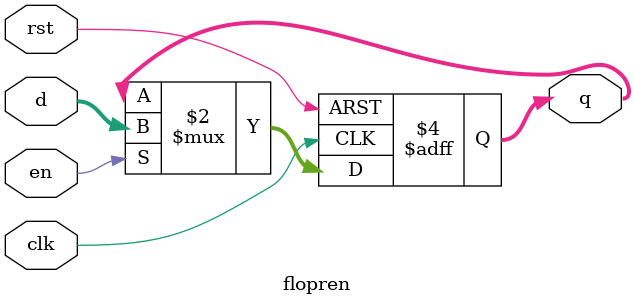
<source format=sv>
`timescale 1ns / 1ps


module flopren #(parameter N = 8) (
    input logic clk,
    input logic rst,
    input logic en,
    input logic [N-1:0] d,
    output logic [N-1:0] q
    );
    
    always_ff@(posedge clk, posedge rst) begin 
        
        if(rst) begin
            q <= 0; 
        end 
        else if(en) begin
            q <= d; 
        end
    
    end
    
endmodule

</source>
